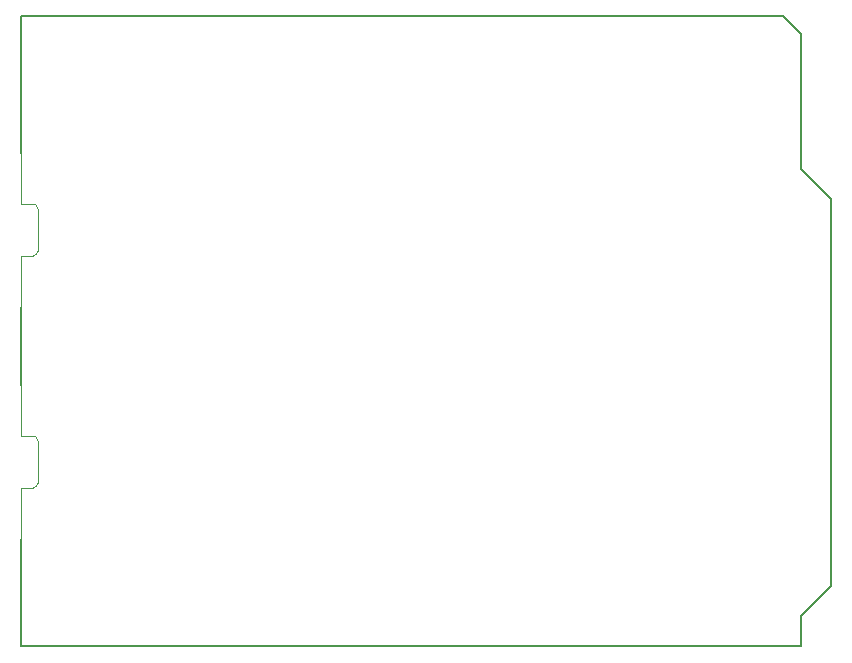
<source format=gbr>
%TF.GenerationSoftware,KiCad,Pcbnew,(6.0.5)*%
%TF.CreationDate,2022-11-15T09:33:25+00:00*%
%TF.ProjectId,ArduinoMIDIProtoShield,41726475-696e-46f4-9d49-444950726f74,rev?*%
%TF.SameCoordinates,Original*%
%TF.FileFunction,Profile,NP*%
%FSLAX46Y46*%
G04 Gerber Fmt 4.6, Leading zero omitted, Abs format (unit mm)*
G04 Created by KiCad (PCBNEW (6.0.5)) date 2022-11-15 09:33:25*
%MOMM*%
%LPD*%
G01*
G04 APERTURE LIST*
%TA.AperFunction,Profile*%
%ADD10C,0.150000*%
%TD*%
%TA.AperFunction,Profile*%
%ADD11C,0.120000*%
%TD*%
G04 APERTURE END LIST*
D10*
X110998000Y-126365000D02*
X110993800Y-117250000D01*
X179578000Y-88519000D02*
X177038000Y-85979000D01*
X177038000Y-126365000D02*
X177038000Y-123825000D01*
X110993800Y-97600000D02*
X110993800Y-104250000D01*
X177038000Y-74549000D02*
X175514000Y-73025000D01*
X177038000Y-123825000D02*
X179578000Y-121285000D01*
X179578000Y-121285000D02*
X179578000Y-88519000D01*
X110998000Y-126365000D02*
X177038000Y-126365000D01*
X175514000Y-73025000D02*
X110998000Y-73025000D01*
X110998000Y-73025000D02*
X110993800Y-84600000D01*
X177038000Y-85979000D02*
X177038000Y-74549000D01*
D11*
%TO.C,J2*%
X112393800Y-112550000D02*
X112393800Y-108950000D01*
X111993800Y-108550000D02*
X110993800Y-108550000D01*
X110993800Y-108550000D02*
X110993800Y-104250000D01*
X110993800Y-112950000D02*
X110993800Y-117250000D01*
X111993800Y-112950000D02*
X110993800Y-112950000D01*
X111993800Y-112950000D02*
G75*
G03*
X112393800Y-112550000I0J400000D01*
G01*
X112393800Y-108950000D02*
G75*
G03*
X111993800Y-108550000I-400002J-2D01*
G01*
%TO.C,J1*%
X110993800Y-93300000D02*
X110993800Y-97600000D01*
X111993800Y-88900000D02*
X110993800Y-88900000D01*
X112393800Y-92900000D02*
X112393800Y-89300000D01*
X110993800Y-88900000D02*
X110993800Y-84600000D01*
X111993800Y-93300000D02*
X110993800Y-93300000D01*
X112393800Y-89300000D02*
G75*
G03*
X111993800Y-88900000I-400002J-2D01*
G01*
X111993800Y-93300000D02*
G75*
G03*
X112393800Y-92900000I0J400000D01*
G01*
%TD*%
M02*

</source>
